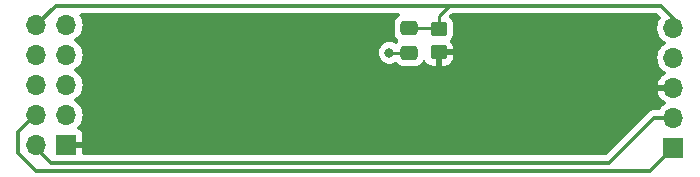
<source format=gbr>
%TF.GenerationSoftware,KiCad,Pcbnew,(7.0.0)*%
%TF.CreationDate,2023-08-02T20:08:49-07:00*%
%TF.ProjectId,SWD_to_v4WF_Cable,5357445f-746f-45f7-9634-57465f436162,rev?*%
%TF.SameCoordinates,Original*%
%TF.FileFunction,Copper,L1,Top*%
%TF.FilePolarity,Positive*%
%FSLAX46Y46*%
G04 Gerber Fmt 4.6, Leading zero omitted, Abs format (unit mm)*
G04 Created by KiCad (PCBNEW (7.0.0)) date 2023-08-02 20:08:49*
%MOMM*%
%LPD*%
G01*
G04 APERTURE LIST*
G04 Aperture macros list*
%AMRoundRect*
0 Rectangle with rounded corners*
0 $1 Rounding radius*
0 $2 $3 $4 $5 $6 $7 $8 $9 X,Y pos of 4 corners*
0 Add a 4 corners polygon primitive as box body*
4,1,4,$2,$3,$4,$5,$6,$7,$8,$9,$2,$3,0*
0 Add four circle primitives for the rounded corners*
1,1,$1+$1,$2,$3*
1,1,$1+$1,$4,$5*
1,1,$1+$1,$6,$7*
1,1,$1+$1,$8,$9*
0 Add four rect primitives between the rounded corners*
20,1,$1+$1,$2,$3,$4,$5,0*
20,1,$1+$1,$4,$5,$6,$7,0*
20,1,$1+$1,$6,$7,$8,$9,0*
20,1,$1+$1,$8,$9,$2,$3,0*%
G04 Aperture macros list end*
%TA.AperFunction,ComponentPad*%
%ADD10R,1.700000X1.700000*%
%TD*%
%TA.AperFunction,ComponentPad*%
%ADD11O,1.700000X1.700000*%
%TD*%
%TA.AperFunction,SMDPad,CuDef*%
%ADD12RoundRect,0.250000X0.450000X-0.350000X0.450000X0.350000X-0.450000X0.350000X-0.450000X-0.350000X0*%
%TD*%
%TA.AperFunction,SMDPad,CuDef*%
%ADD13RoundRect,0.250000X-0.475000X0.337500X-0.475000X-0.337500X0.475000X-0.337500X0.475000X0.337500X0*%
%TD*%
%TA.AperFunction,ViaPad*%
%ADD14C,0.800000*%
%TD*%
%TA.AperFunction,Conductor*%
%ADD15C,0.304800*%
%TD*%
%TA.AperFunction,Conductor*%
%ADD16C,0.250000*%
%TD*%
G04 APERTURE END LIST*
D10*
%TO.P,J1,1,Pin_1*%
%TO.N,/SWDCLK*%
X183639999Y-64679999D03*
D11*
%TO.P,J1,2,Pin_2*%
%TO.N,/SWDIO*%
X183639999Y-62139999D03*
%TO.P,J1,3,Pin_3*%
%TO.N,+1V8*%
X183639999Y-59599999D03*
%TO.P,J1,4,Pin_4*%
%TO.N,GND*%
X183639999Y-57059999D03*
%TO.P,J1,5,Pin_5*%
%TO.N,/nRST*%
X183639999Y-54519999D03*
%TD*%
D12*
%TO.P,R1,1*%
%TO.N,+1V8*%
X163775000Y-56600000D03*
%TO.P,R1,2*%
%TO.N,/nRST*%
X163775000Y-54600000D03*
%TD*%
D13*
%TO.P,C1,1*%
%TO.N,/nRST*%
X161275000Y-54550000D03*
%TO.P,C1,2*%
%TO.N,GND*%
X161275000Y-56625000D03*
%TD*%
D10*
%TO.P,J2,1,Pin_1*%
%TO.N,+1V8*%
X132249999Y-64424999D03*
D11*
%TO.P,J2,2,Pin_2*%
%TO.N,/SWDIO*%
X129709999Y-64424999D03*
%TO.P,J2,3,Pin_3*%
%TO.N,GND*%
X132249999Y-61884999D03*
%TO.P,J2,4,Pin_4*%
%TO.N,/SWDCLK*%
X129709999Y-61884999D03*
%TO.P,J2,5,Pin_5*%
%TO.N,GND*%
X132249999Y-59344999D03*
%TO.P,J2,6,Pin_6*%
%TO.N,unconnected-(J2-Pin_6-Pad6)*%
X129709999Y-59344999D03*
%TO.P,J2,7,Pin_7*%
%TO.N,unconnected-(J2-Pin_7-Pad7)*%
X132249999Y-56804999D03*
%TO.P,J2,8,Pin_8*%
%TO.N,unconnected-(J2-Pin_8-Pad8)*%
X129709999Y-56804999D03*
%TO.P,J2,9,Pin_9*%
%TO.N,GND*%
X132249999Y-54264999D03*
%TO.P,J2,10,Pin_10*%
%TO.N,/nRST*%
X129709999Y-54264999D03*
%TD*%
D14*
%TO.N,GND*%
X159600000Y-56625000D03*
%TD*%
D15*
%TO.N,/SWDIO*%
X182002000Y-62140000D02*
X183640000Y-62140000D01*
X178221000Y-65921000D02*
X182002000Y-62140000D01*
%TO.N,/SWDCLK*%
X181687800Y-66632200D02*
X183640000Y-64680000D01*
X129714800Y-66632200D02*
X181687800Y-66632200D01*
X128190800Y-63304800D02*
X128190800Y-65108200D01*
X128190800Y-65108200D02*
X129714800Y-66632200D01*
X129610600Y-61885000D02*
X128190800Y-63304800D01*
X129710000Y-61885000D02*
X129610600Y-61885000D01*
D16*
%TO.N,+1V8*%
X182200000Y-59600000D02*
X183640000Y-59600000D01*
X179200000Y-56600000D02*
X182200000Y-59600000D01*
D15*
%TO.N,/nRST*%
X182576800Y-52636800D02*
X183640000Y-53700000D01*
X164611800Y-52636800D02*
X182576800Y-52636800D01*
X183640000Y-53700000D02*
X183640000Y-54520000D01*
%TO.N,/SWDIO*%
X129710000Y-64692500D02*
X130938500Y-65921000D01*
X129710000Y-64425000D02*
X129710000Y-64692500D01*
X130938500Y-65921000D02*
X178221000Y-65921000D01*
D16*
%TO.N,+1V8*%
X163775000Y-56600000D02*
X179200000Y-56600000D01*
%TO.N,GND*%
X161275000Y-56625000D02*
X159625000Y-56625000D01*
X159625000Y-56625000D02*
X159600000Y-56625000D01*
%TO.N,/nRST*%
X163725000Y-54550000D02*
X163775000Y-54600000D01*
X161275000Y-54550000D02*
X163725000Y-54550000D01*
D15*
X131338200Y-52636800D02*
X164611800Y-52636800D01*
D16*
X163775000Y-53473600D02*
X164611800Y-52636800D01*
X163775000Y-54600000D02*
X163775000Y-53473600D01*
D15*
X129710000Y-54265000D02*
X131338200Y-52636800D01*
%TD*%
%TA.AperFunction,Conductor*%
%TO.N,+1V8*%
G36*
X160456365Y-53314216D02*
G01*
X160502380Y-53359435D01*
X160519982Y-53421501D01*
X160504557Y-53484144D01*
X160460148Y-53530941D01*
X160332595Y-53609616D01*
X160332590Y-53609619D01*
X160326348Y-53613470D01*
X160321158Y-53618659D01*
X160321154Y-53618663D01*
X160206163Y-53733654D01*
X160206159Y-53733658D01*
X160200970Y-53738848D01*
X160197119Y-53745090D01*
X160197116Y-53745095D01*
X160111735Y-53883518D01*
X160111730Y-53883526D01*
X160107885Y-53889762D01*
X160105579Y-53896719D01*
X160105577Y-53896725D01*
X160056171Y-54045827D01*
X160052113Y-54058074D01*
X160051414Y-54064908D01*
X160051414Y-54064912D01*
X160047583Y-54102411D01*
X160041500Y-54161955D01*
X160041500Y-54165159D01*
X160041500Y-54165160D01*
X160041500Y-54934838D01*
X160041500Y-54934857D01*
X160041501Y-54938044D01*
X160041825Y-54941221D01*
X160041826Y-54941229D01*
X160049283Y-55014232D01*
X160052113Y-55041926D01*
X160054272Y-55048443D01*
X160054274Y-55048450D01*
X160074985Y-55110951D01*
X160107885Y-55210238D01*
X160111732Y-55216476D01*
X160111735Y-55216481D01*
X160197114Y-55354901D01*
X160200970Y-55361152D01*
X160326348Y-55486530D01*
X160331023Y-55489413D01*
X160365679Y-55532597D01*
X160378270Y-55587500D01*
X160365679Y-55642403D01*
X160331023Y-55685586D01*
X160326348Y-55688470D01*
X160321161Y-55693656D01*
X160321161Y-55693657D01*
X160203341Y-55811477D01*
X160157338Y-55840783D01*
X160103260Y-55847901D01*
X160057004Y-55833314D01*
X160056752Y-55833882D01*
X160051771Y-55831664D01*
X160051768Y-55831663D01*
X159882288Y-55756206D01*
X159875835Y-55754834D01*
X159875831Y-55754833D01*
X159701943Y-55717872D01*
X159701940Y-55717871D01*
X159695487Y-55716500D01*
X159504513Y-55716500D01*
X159498060Y-55717871D01*
X159498056Y-55717872D01*
X159324168Y-55754833D01*
X159324161Y-55754835D01*
X159317712Y-55756206D01*
X159311682Y-55758890D01*
X159311681Y-55758891D01*
X159149278Y-55831197D01*
X159149275Y-55831198D01*
X159143248Y-55833882D01*
X159137907Y-55837762D01*
X159137906Y-55837763D01*
X158994091Y-55942250D01*
X158994083Y-55942256D01*
X158988747Y-55946134D01*
X158984330Y-55951039D01*
X158984325Y-55951044D01*
X158891725Y-56053888D01*
X158860960Y-56088056D01*
X158857661Y-56093769D01*
X158857658Y-56093774D01*
X158774992Y-56236956D01*
X158765473Y-56253444D01*
X158763434Y-56259718D01*
X158763430Y-56259728D01*
X158708497Y-56428794D01*
X158708495Y-56428801D01*
X158706458Y-56435072D01*
X158705768Y-56441633D01*
X158705768Y-56441635D01*
X158702577Y-56472000D01*
X158686496Y-56625000D01*
X158687186Y-56631565D01*
X158705414Y-56805000D01*
X158706458Y-56814928D01*
X158708495Y-56821200D01*
X158708497Y-56821205D01*
X158763430Y-56990271D01*
X158763433Y-56990278D01*
X158765473Y-56996556D01*
X158860960Y-57161944D01*
X158988747Y-57303866D01*
X159143248Y-57416118D01*
X159317712Y-57493794D01*
X159504513Y-57533500D01*
X159688884Y-57533500D01*
X159695487Y-57533500D01*
X159882288Y-57493794D01*
X160056752Y-57416118D01*
X160057005Y-57416687D01*
X160103250Y-57402099D01*
X160157334Y-57409214D01*
X160203341Y-57438523D01*
X160326348Y-57561530D01*
X160332596Y-57565383D01*
X160332595Y-57565383D01*
X160471018Y-57650764D01*
X160471020Y-57650765D01*
X160477262Y-57654615D01*
X160645574Y-57710387D01*
X160749455Y-57721000D01*
X161800544Y-57720999D01*
X161904426Y-57710387D01*
X162072738Y-57654615D01*
X162223652Y-57561530D01*
X162349030Y-57436152D01*
X162434409Y-57297730D01*
X162480242Y-57253855D01*
X162541649Y-57237879D01*
X162603055Y-57253855D01*
X162648890Y-57297732D01*
X162722511Y-57417091D01*
X162731558Y-57428532D01*
X162846467Y-57543441D01*
X162857908Y-57552488D01*
X162996232Y-57637807D01*
X163009435Y-57643964D01*
X163164153Y-57695232D01*
X163177511Y-57698092D01*
X163271307Y-57707674D01*
X163277697Y-57708000D01*
X163504410Y-57708000D01*
X163517493Y-57704493D01*
X163521000Y-57691410D01*
X164029000Y-57691410D01*
X164032506Y-57704493D01*
X164045590Y-57708000D01*
X164272303Y-57708000D01*
X164278692Y-57707674D01*
X164372488Y-57698092D01*
X164385846Y-57695232D01*
X164540564Y-57643964D01*
X164553767Y-57637807D01*
X164692091Y-57552488D01*
X164703532Y-57543441D01*
X164818441Y-57428532D01*
X164827488Y-57417091D01*
X164912807Y-57278767D01*
X164918964Y-57265564D01*
X164970232Y-57110846D01*
X164973092Y-57097488D01*
X164982674Y-57003692D01*
X164983000Y-56997303D01*
X164983000Y-56870590D01*
X164979493Y-56857506D01*
X164966410Y-56854000D01*
X164045590Y-56854000D01*
X164032506Y-56857506D01*
X164029000Y-56870590D01*
X164029000Y-57691410D01*
X163521000Y-57691410D01*
X163521000Y-56472000D01*
X163537881Y-56409000D01*
X163584000Y-56362881D01*
X163647000Y-56346000D01*
X164966410Y-56346000D01*
X164979493Y-56342493D01*
X164983000Y-56329410D01*
X164983000Y-56202698D01*
X164982674Y-56196307D01*
X164973092Y-56102511D01*
X164970232Y-56089153D01*
X164918964Y-55934435D01*
X164912807Y-55921232D01*
X164827488Y-55782908D01*
X164818441Y-55771467D01*
X164736423Y-55689449D01*
X164703811Y-55632965D01*
X164703811Y-55567743D01*
X164736423Y-55511259D01*
X164777183Y-55470499D01*
X164824030Y-55423652D01*
X164917115Y-55272738D01*
X164972887Y-55104426D01*
X164983500Y-55000545D01*
X164983499Y-54199456D01*
X164972887Y-54095574D01*
X164957237Y-54048346D01*
X164919422Y-53934225D01*
X164917115Y-53927262D01*
X164890133Y-53883518D01*
X164827883Y-53782595D01*
X164824030Y-53776348D01*
X164698652Y-53650970D01*
X164694078Y-53648148D01*
X164653895Y-53591924D01*
X164649831Y-53522114D01*
X164683613Y-53460891D01*
X164809900Y-53334604D01*
X164850778Y-53307291D01*
X164898996Y-53297700D01*
X182250857Y-53297700D01*
X182299075Y-53307291D01*
X182339952Y-53334605D01*
X182540847Y-53535500D01*
X182570925Y-53583683D01*
X182576784Y-53640180D01*
X182557235Y-53693510D01*
X182443992Y-53866843D01*
X182441140Y-53871209D01*
X182439048Y-53875978D01*
X182439046Y-53875982D01*
X182352799Y-54072606D01*
X182352796Y-54072614D01*
X182350704Y-54077384D01*
X182349423Y-54082440D01*
X182349422Y-54082445D01*
X182328476Y-54165160D01*
X182295436Y-54295632D01*
X182295006Y-54300820D01*
X182295005Y-54300827D01*
X182279813Y-54484172D01*
X182276844Y-54520000D01*
X182277274Y-54525189D01*
X182292390Y-54707616D01*
X182295436Y-54744368D01*
X182296717Y-54749426D01*
X182344481Y-54938044D01*
X182350704Y-54962616D01*
X182352797Y-54967389D01*
X182352799Y-54967393D01*
X182412907Y-55104426D01*
X182441140Y-55168791D01*
X182564278Y-55357268D01*
X182567806Y-55361100D01*
X182713227Y-55519069D01*
X182713231Y-55519073D01*
X182716760Y-55522906D01*
X182894424Y-55661189D01*
X182899002Y-55663666D01*
X182899009Y-55663671D01*
X182927680Y-55679187D01*
X182975951Y-55725503D01*
X182993710Y-55790000D01*
X182975951Y-55854497D01*
X182927680Y-55900813D01*
X182899009Y-55916328D01*
X182898993Y-55916338D01*
X182894424Y-55918811D01*
X182890313Y-55922010D01*
X182890311Y-55922012D01*
X182720878Y-56053888D01*
X182720872Y-56053893D01*
X182716760Y-56057094D01*
X182713237Y-56060919D01*
X182713227Y-56060930D01*
X182567806Y-56218899D01*
X182567802Y-56218902D01*
X182564278Y-56222732D01*
X182561430Y-56227090D01*
X182561427Y-56227095D01*
X182472714Y-56362881D01*
X182441140Y-56411209D01*
X182439048Y-56415978D01*
X182439046Y-56415982D01*
X182352799Y-56612606D01*
X182352796Y-56612614D01*
X182350704Y-56617384D01*
X182295436Y-56835632D01*
X182295006Y-56840820D01*
X182295005Y-56840827D01*
X182293623Y-56857506D01*
X182276844Y-57060000D01*
X182277274Y-57065189D01*
X182294971Y-57278767D01*
X182295436Y-57284368D01*
X182350704Y-57502616D01*
X182352797Y-57507389D01*
X182352799Y-57507393D01*
X182412704Y-57643964D01*
X182441140Y-57708791D01*
X182564278Y-57897268D01*
X182611598Y-57948671D01*
X182713227Y-58059069D01*
X182713231Y-58059073D01*
X182716760Y-58062906D01*
X182894424Y-58201189D01*
X182899000Y-58203665D01*
X182899004Y-58203668D01*
X182905184Y-58207012D01*
X182928205Y-58219470D01*
X182976476Y-58265784D01*
X182994237Y-58330281D01*
X182976479Y-58394779D01*
X182928209Y-58441096D01*
X182899285Y-58456749D01*
X182890588Y-58462431D01*
X182721211Y-58594262D01*
X182713567Y-58601299D01*
X182568210Y-58759200D01*
X182561822Y-58767406D01*
X182444431Y-58947086D01*
X182439488Y-58956221D01*
X182353270Y-59152776D01*
X182349900Y-59162591D01*
X182306986Y-59332056D01*
X182306751Y-59343434D01*
X182317840Y-59346000D01*
X183768000Y-59346000D01*
X183831000Y-59362881D01*
X183877119Y-59409000D01*
X183894000Y-59472000D01*
X183894000Y-59728000D01*
X183877119Y-59791000D01*
X183831000Y-59837119D01*
X183768000Y-59854000D01*
X182317840Y-59854000D01*
X182306751Y-59856565D01*
X182306986Y-59867943D01*
X182349900Y-60037408D01*
X182353270Y-60047223D01*
X182439488Y-60243778D01*
X182444431Y-60252913D01*
X182561822Y-60432593D01*
X182568210Y-60440799D01*
X182713567Y-60598700D01*
X182721211Y-60605737D01*
X182890588Y-60737568D01*
X182899281Y-60743247D01*
X182928206Y-60758901D01*
X182976478Y-60805217D01*
X182994237Y-60869715D01*
X182976478Y-60934212D01*
X182928207Y-60980528D01*
X182916701Y-60986755D01*
X182899000Y-60996334D01*
X182898994Y-60996337D01*
X182894424Y-60998811D01*
X182890313Y-61002010D01*
X182890311Y-61002012D01*
X182720878Y-61133888D01*
X182720872Y-61133893D01*
X182716760Y-61137094D01*
X182713237Y-61140919D01*
X182713227Y-61140930D01*
X182567806Y-61298899D01*
X182567802Y-61298902D01*
X182564278Y-61302732D01*
X182561430Y-61307090D01*
X182561427Y-61307095D01*
X182486347Y-61422015D01*
X182440834Y-61463914D01*
X182380864Y-61479100D01*
X182025766Y-61479100D01*
X182018158Y-61478870D01*
X181969410Y-61475921D01*
X181969408Y-61475921D01*
X181961803Y-61475461D01*
X181954314Y-61476833D01*
X181954303Y-61476834D01*
X181906254Y-61485640D01*
X181898732Y-61486785D01*
X181850238Y-61492673D01*
X181850232Y-61492674D01*
X181842675Y-61493592D01*
X181835553Y-61496292D01*
X181835548Y-61496294D01*
X181834491Y-61496695D01*
X181812546Y-61502812D01*
X181811440Y-61503014D01*
X181811426Y-61503018D01*
X181803936Y-61504391D01*
X181796989Y-61507517D01*
X181796984Y-61507519D01*
X181752446Y-61527563D01*
X181745421Y-61530473D01*
X181699729Y-61547803D01*
X181699724Y-61547805D01*
X181692609Y-61550504D01*
X181686345Y-61554826D01*
X181686336Y-61554832D01*
X181685405Y-61555475D01*
X181665557Y-61566670D01*
X181664529Y-61567132D01*
X181664521Y-61567136D01*
X181657580Y-61570261D01*
X181651590Y-61574953D01*
X181651586Y-61574956D01*
X181628256Y-61593234D01*
X181613124Y-61605087D01*
X181607009Y-61609587D01*
X181566790Y-61637349D01*
X181566784Y-61637353D01*
X181560523Y-61641676D01*
X181555477Y-61647371D01*
X181555472Y-61647376D01*
X181523068Y-61683952D01*
X181517852Y-61689492D01*
X177984152Y-65223195D01*
X177943275Y-65250509D01*
X177895057Y-65260100D01*
X133734000Y-65260100D01*
X133671000Y-65243219D01*
X133624881Y-65197100D01*
X133608000Y-65134100D01*
X133608000Y-64695590D01*
X133604493Y-64682506D01*
X133591410Y-64679000D01*
X132122000Y-64679000D01*
X132059000Y-64662119D01*
X132012881Y-64616000D01*
X131996000Y-64553000D01*
X131996000Y-64297000D01*
X132012881Y-64234000D01*
X132059000Y-64187881D01*
X132122000Y-64171000D01*
X133591410Y-64171000D01*
X133604493Y-64167493D01*
X133608000Y-64154410D01*
X133608000Y-63529777D01*
X133607640Y-63523061D01*
X133602337Y-63473742D01*
X133598740Y-63458521D01*
X133553594Y-63337480D01*
X133545045Y-63321824D01*
X133468302Y-63219307D01*
X133455692Y-63206697D01*
X133353175Y-63129954D01*
X133337521Y-63121406D01*
X133230827Y-63081611D01*
X133180493Y-63047047D01*
X133152319Y-62992877D01*
X133152922Y-62931821D01*
X133182159Y-62878217D01*
X133325722Y-62722268D01*
X133448860Y-62533791D01*
X133539296Y-62327616D01*
X133594564Y-62109368D01*
X133613156Y-61885000D01*
X133594564Y-61660632D01*
X133539296Y-61442384D01*
X133448860Y-61236209D01*
X133325722Y-61047732D01*
X133263857Y-60980529D01*
X133176772Y-60885930D01*
X133176767Y-60885925D01*
X133173240Y-60882094D01*
X132995576Y-60743811D01*
X132991002Y-60741336D01*
X132990995Y-60741331D01*
X132962320Y-60725814D01*
X132914048Y-60679498D01*
X132896289Y-60615000D01*
X132914048Y-60550502D01*
X132962320Y-60504186D01*
X132990990Y-60488671D01*
X132995576Y-60486189D01*
X133173240Y-60347906D01*
X133325722Y-60182268D01*
X133448860Y-59993791D01*
X133539296Y-59787616D01*
X133594564Y-59569368D01*
X133613156Y-59345000D01*
X133594564Y-59120632D01*
X133539296Y-58902384D01*
X133448860Y-58696209D01*
X133325722Y-58507732D01*
X133264379Y-58441096D01*
X133176772Y-58345930D01*
X133176767Y-58345925D01*
X133173240Y-58342094D01*
X132995576Y-58203811D01*
X132991002Y-58201336D01*
X132990995Y-58201331D01*
X132962320Y-58185814D01*
X132914048Y-58139498D01*
X132896289Y-58075000D01*
X132914048Y-58010502D01*
X132962320Y-57964186D01*
X132990990Y-57948671D01*
X132995576Y-57946189D01*
X133173240Y-57807906D01*
X133325722Y-57642268D01*
X133448860Y-57453791D01*
X133539296Y-57247616D01*
X133594564Y-57029368D01*
X133613156Y-56805000D01*
X133594564Y-56580632D01*
X133539296Y-56362384D01*
X133448860Y-56156209D01*
X133325722Y-55967732D01*
X133215409Y-55847901D01*
X133176772Y-55805930D01*
X133176767Y-55805925D01*
X133173240Y-55802094D01*
X132995576Y-55663811D01*
X132990997Y-55661333D01*
X132990994Y-55661331D01*
X132962318Y-55645812D01*
X132914047Y-55599494D01*
X132896289Y-55534996D01*
X132914050Y-55470499D01*
X132962321Y-55424185D01*
X132995576Y-55406189D01*
X133173240Y-55267906D01*
X133325722Y-55102268D01*
X133448860Y-54913791D01*
X133539296Y-54707616D01*
X133594564Y-54489368D01*
X133613156Y-54265000D01*
X133594564Y-54040632D01*
X133539296Y-53822384D01*
X133448860Y-53616209D01*
X133368111Y-53492614D01*
X133347703Y-53428907D01*
X133362781Y-53363731D01*
X133409097Y-53315459D01*
X133473595Y-53297700D01*
X160394001Y-53297700D01*
X160456365Y-53314216D01*
G37*
%TD.AperFunction*%
%TD*%
M02*

</source>
